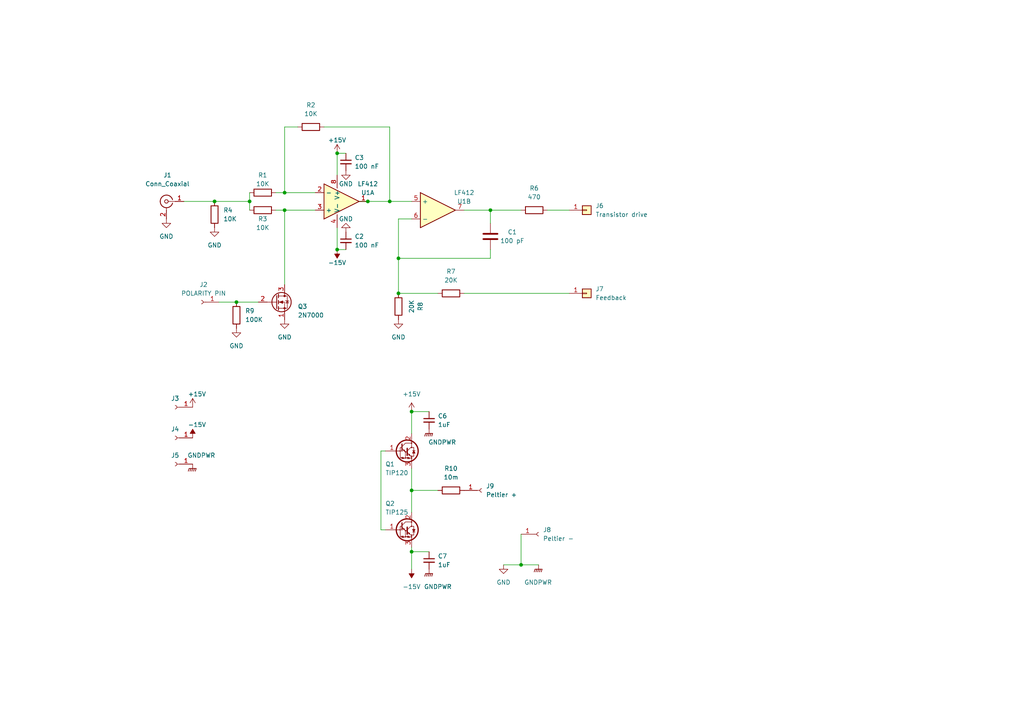
<source format=kicad_sch>
(kicad_sch (version 20211123) (generator eeschema)
  (paper "A4")
  (title_block (title "Peltier PID controller lab electronics ") (date "2022-01-06") (rev "1") (company "McGill University"))
  (lib_symbols
    (symbol "Connector:Conn_01x01_Female" (pin_names (offset 1.016) hide)
      (property "Reference" "J" (at 0 2.54 0))
      (property "Value" "Conn_01x01_Female" (at 0 -2.54 0))
      (symbol "Conn_01x01_Female_1_1"
        (polyline (pts (xy -1.27 0) (xy -0.508 0)) (stroke (width 0.1524)))
        (arc (start 0 0.508) (mid -0.508 0) (end 0 -0.508) (stroke (width 0.1524)))
        (pin passive line (at -5.08 0 0) (length 3.81) (name "Pin_1") (number "1"))
      )
    )
    (symbol "Connector:Conn_Coaxial" (pin_names (offset 1.016) hide)
      (property "Reference" "J" (at 0.254 3.048 0))
      (property "Value" "Conn_Coaxial" (at 2.921 0 90))
      (symbol "Conn_Coaxial_0_1"
        (arc (start -1.778 -0.508) (mid 0.222 -1.808) (end 1.778 0) (stroke (width 0.254)))
        (polyline (pts (xy -2.54 0) (xy -0.508 0)))
        (polyline (pts (xy 0 -2.54) (xy 0 -1.778)))
        (circle (center 0 0) (radius 0.508) (stroke (width 0.2032)))
        (arc (start 1.778 0) (mid 0.222 1.8083) (end -1.778 0.508) (stroke (width 0.254)))
      )
      (symbol "Conn_Coaxial_1_1"
        (pin passive line (at -5.08 0 0) (length 2.54) (name "In") (number "1"))
        (pin passive line (at 0 -5.08 90) (length 2.54) (name "Ext") (number "2"))
      )
    )
    (symbol "Connector_Generic:Conn_01x01" (pin_names (offset 1.016) hide)
      (property "Reference" "J" (at 0 2.54 0))
      (property "Value" "Conn_01x01" (at 0 -2.54 0))
      (symbol "Conn_01x01_1_1"
        (rectangle (start -1.27 0.127) (end 0 -0.127) (stroke (width 0.1524)))
        (rectangle (start -1.27 1.27) (end 1.27 -1.27) (stroke (width 0.254)) (fill (type background)))
        (pin passive line (at -5.08 0 0) (length 3.81) (name "Pin_1") (number "1"))
      )
    )
    (symbol "Device:C" (pin_numbers hide) (pin_names (offset 0.254))
      (property "Reference" "C" (at 0.635 2.54 0))
      (property "Value" "C" (at 0.635 -2.54 0))
      (symbol "C_0_1"
        (polyline (pts (xy -2.032 -0.762) (xy 2.032 -0.762)) (stroke (width 0.508)))
        (polyline (pts (xy -2.032 0.762) (xy 2.032 0.762)) (stroke (width 0.508)))
      )
      (symbol "C_1_1"
        (pin passive line (at 0 3.81 270) (length 2.794) (name "~") (number "1"))
        (pin passive line (at 0 -3.81 90) (length 2.794) (name "~") (number "2"))
      )
    )
    (symbol "Device:C_Small" (pin_numbers hide) (pin_names (offset 0.254) hide)
      (property "Reference" "C" (at 0.254 1.778 0))
      (property "Value" "C_Small" (at 0.254 -2.032 0))
      (symbol "C_Small_0_1"
        (polyline (pts (xy -1.524 -0.508) (xy 1.524 -0.508)) (stroke (width 0.3302)))
        (polyline (pts (xy -1.524 0.508) (xy 1.524 0.508)) (stroke (width 0.3048)))
      )
      (symbol "C_Small_1_1"
        (pin passive line (at 0 2.54 270) (length 2.032) (name "~") (number "1"))
        (pin passive line (at 0 -2.54 90) (length 2.032) (name "~") (number "2"))
      )
    )
    (symbol "Device:Opamp_Dual"
      (property "Reference" "U" (at 0 5.08 0))
      (property "Value" "Opamp_Dual" (at 0 -5.08 0))
      (symbol "Opamp_Dual_1_1"
        (polyline (pts (xy -5.08 5.08) (xy 5.08 0) (xy -5.08 -5.08) (xy -5.08 5.08)) (stroke (width 0.254)) (fill (type background)))
        (pin output line (at 7.62 0 180) (length 2.54) (name "~") (number "1"))
        (pin input line (at -7.62 -2.54 0) (length 2.54) (name "-") (number "2"))
        (pin input line (at -7.62 2.54 0) (length 2.54) (name "+") (number "3"))
      )
      (symbol "Opamp_Dual_2_1"
        (polyline (pts (xy -5.08 5.08) (xy 5.08 0) (xy -5.08 -5.08) (xy -5.08 5.08)) (stroke (width 0.254)) (fill (type background)))
        (pin input line (at -7.62 2.54 0) (length 2.54) (name "+") (number "5"))
        (pin input line (at -7.62 -2.54 0) (length 2.54) (name "-") (number "6"))
        (pin output line (at 7.62 0 180) (length 2.54) (name "~") (number "7"))
      )
      (symbol "Opamp_Dual_3_1"
        (pin power_in line (at -2.54 -7.62 90) (length 3.81) (name "V-") (number "4"))
        (pin power_in line (at -2.54 7.62 270) (length 3.81) (name "V+") (number "8"))
      )
    )
    (symbol "Device:R" (pin_numbers hide) (pin_names (offset 0))
      (property "Reference" "R" (at 2.032 0 90))
      (property "Value" "R" (at 0 0 90))
      (symbol "R_0_1"
        (rectangle (start -1.016 -2.54) (end 1.016 2.54) (stroke (width 0.254)))
      )
      (symbol "R_1_1"
        (pin passive line (at 0 3.81 270) (length 1.27) (name "~") (number "1"))
        (pin passive line (at 0 -3.81 90) (length 1.27) (name "~") (number "2"))
      )
    )
    (symbol "Transistor_BJT:TIP120" (pin_names (offset 0) hide)
      (property "Reference" "Q" (at 5.08 1.905 0))
      (property "Value" "TIP120" (at 5.08 0 0))
      (symbol "TIP120_0_1"
        (circle (center -0.762 0) (radius 0.127))
        (polyline (pts (xy -1.27 0) (xy -0.889 0)))
        (polyline (pts (xy 2.54 -2.032) (xy 2.54 -2.54)))
        (polyline (pts (xy 2.54 -1.524) (xy 3.175 -1.524)))
        (polyline (pts (xy 2.794 0.127) (xy 3.556 0.127)))
        (polyline (pts (xy 3.175 -0.635) (xy 3.175 -1.524)))
        (polyline (pts (xy 3.175 1.016) (xy 2.54 1.016)))
        (polyline (pts (xy 3.175 1.016) (xy 3.175 0.127)))
        (polyline (pts (xy -0.254 0.762) (xy 0.762 -0.254) (xy 1.27 -0.254)))
        (polyline (pts (xy -0.254 1.016) (xy -0.762 1.016) (xy -0.762 -2.032)))
        (polyline (pts (xy -0.254 1.27) (xy 0.762 2.286) (xy 2.54 2.286)))
        (polyline (pts (xy -0.254 2.032) (xy -0.254 0) (xy -0.254 0)) (stroke (width 0.3048)))
        (polyline (pts (xy 1.27 0.762) (xy 1.27 -1.27) (xy 1.27 -1.27)) (stroke (width 0.381)))
        (polyline (pts (xy 0.635 -0.127) (xy 0.381 0.381) (xy 0.127 0.127) (xy 0.635 -0.127)))
        (polyline (pts (xy 1.27 -0.508) (xy 2.286 -1.524) (xy 2.54 -1.524) (xy 2.54 -2.032)))
        (polyline (pts (xy 1.27 0) (xy 2.286 1.016) (xy 2.54 1.016) (xy 2.54 2.286)))
        (polyline (pts (xy 2.159 -1.397) (xy 1.905 -0.889) (xy 1.651 -1.143) (xy 2.159 -1.397)))
        (polyline (pts (xy 3.175 0.127) (xy 2.794 -0.635) (xy 3.556 -0.635) (xy 3.175 0.127)) (fill (type outline)))
        (polyline (pts (xy 0.762 -2.032) (xy 0.381 -2.032) (xy 0.254 -2.286) (xy 0.127 -1.778) (xy 0 -2.286) (xy -0.127 -1.778) (xy -0.254 -2.286) (xy -0.381 -1.778) (xy -0.508 -2.032) (xy -0.762 -2.032)))
        (polyline (pts (xy 0.762 -0.254) (xy 0.762 -2.032) (xy 1.143 -2.032) (xy 1.27 -1.778) (xy 1.397 -2.286) (xy 1.524 -1.778) (xy 1.651 -2.286) (xy 1.778 -1.778) (xy 1.905 -2.286) (xy 2.032 -2.032) (xy 2.54 -2.032)))
        (circle (center 0.762 -2.032) (radius 0.127))
        (circle (center 0.762 -0.254) (radius 0.127))
        (circle (center 1.27 0) (radius 3.175) (stroke (width 0.3556)))
        (circle (center 2.54 -2.032) (radius 0.127))
        (circle (center 2.54 -1.524) (radius 0.127))
        (circle (center 2.54 1.016) (radius 0.127))
        (circle (center 2.54 2.286) (radius 0.127))
      )
      (symbol "TIP120_1_1"
        (pin input line (at -5.08 0 0) (length 3.81) (name "B") (number "1"))
        (pin passive line (at 2.54 5.08 270) (length 2.667) (name "C") (number "2"))
        (pin passive line (at 2.54 -5.08 90) (length 2.54) (name "E") (number "3"))
      )
    )
    (symbol "Transistor_BJT:TIP125" (pin_names (offset 0) hide)
      (property "Reference" "Q" (at 5.08 1.905 0))
      (property "Value" "TIP125" (at 5.08 0 0))
      (symbol "TIP125_0_1"
        (circle (center -0.762 0) (radius 0.127))
        (polyline (pts (xy -1.27 0) (xy -0.889 0)))
        (polyline (pts (xy 2.54 -2.032) (xy 2.54 -2.54)))
        (polyline (pts (xy 2.54 -1.524) (xy 3.175 -1.524)))
        (polyline (pts (xy 2.794 -0.635) (xy 3.556 -0.635)))
        (polyline (pts (xy 3.175 -1.524) (xy 3.175 -0.635)))
        (polyline (pts (xy 3.175 0.127) (xy 3.175 1.016)))
        (polyline (pts (xy 3.175 1.016) (xy 2.54 1.016)))
        (polyline (pts (xy -0.254 0.762) (xy 0.762 -0.254) (xy 1.27 -0.254)))
        (polyline (pts (xy -0.254 1.016) (xy -0.762 1.016) (xy -0.762 -2.032)))
        (polyline (pts (xy -0.254 1.27) (xy 0.762 2.286) (xy 2.54 2.286)))
        (polyline (pts (xy -0.254 2.032) (xy -0.254 0) (xy -0.254 0)) (stroke (width 0.3048)))
        (polyline (pts (xy 1.27 0.762) (xy 1.27 -1.27) (xy 1.27 -1.27)) (stroke (width 0.381)))
        (polyline (pts (xy 0 0.508) (xy 0.254 0) (xy 0.508 0.254) (xy 0 0.508)))
        (polyline (pts (xy 1.27 -0.508) (xy 2.286 -1.524) (xy 2.54 -1.524) (xy 2.54 -2.032)))
        (polyline (pts (xy 1.27 0) (xy 2.286 1.016) (xy 2.54 1.016) (xy 2.54 2.286)))
        (polyline (pts (xy 1.524 -0.762) (xy 1.778 -1.27) (xy 2.032 -1.016) (xy 1.524 -0.762)))
        (polyline (pts (xy 3.175 -0.635) (xy 2.794 0.127) (xy 3.556 0.127) (xy 3.175 -0.635)) (fill (type outline)))
        (polyline (pts (xy 0.762 -2.032) (xy 0.381 -2.032) (xy 0.254 -2.286) (xy 0.127 -1.778) (xy 0 -2.286) (xy -0.127 -1.778) (xy -0.254 -2.286) (xy -0.381 -1.778) (xy -0.508 -2.032) (xy -0.762 -2.032)))
        (polyline (pts (xy 0.762 -0.254) (xy 0.762 -2.032) (xy 1.143 -2.032) (xy 1.27 -1.778) (xy 1.397 -2.286) (xy 1.524 -1.778) (xy 1.651 -2.286) (xy 1.778 -1.778) (xy 1.905 -2.286) (xy 2.032 -2.032) (xy 2.54 -2.032)))
        (circle (center 0.762 -2.032) (radius 0.127))
        (circle (center 0.762 -0.254) (radius 0.127))
        (circle (center 1.27 0) (radius 3.175) (stroke (width 0.3556)))
        (circle (center 2.54 -2.032) (radius 0.127))
        (circle (center 2.54 -1.524) (radius 0.127))
        (circle (center 2.54 1.016) (radius 0.127))
        (circle (center 2.54 2.286) (radius 0.127))
      )
      (symbol "TIP125_1_1"
        (pin input line (at -5.08 0 0) (length 3.81) (name "B") (number "1"))
        (pin passive line (at 2.54 5.08 270) (length 2.667) (name "C") (number "2"))
        (pin passive line (at 2.54 -5.08 90) (length 2.54) (name "E") (number "3"))
      )
    )
    (symbol "Transistor_FET:2N7000" (pin_names hide)
      (property "Reference" "Q" (at 5.08 1.905 0))
      (property "Value" "2N7000" (at 5.08 0 0))
      (symbol "2N7000_0_1"
        (polyline (pts (xy 0.254 0) (xy -2.54 0)))
        (polyline (pts (xy 0.254 1.905) (xy 0.254 -1.905)) (stroke (width 0.254)))
        (polyline (pts (xy 0.762 -1.27) (xy 0.762 -2.286)) (stroke (width 0.254)))
        (polyline (pts (xy 0.762 0.508) (xy 0.762 -0.508)) (stroke (width 0.254)))
        (polyline (pts (xy 0.762 2.286) (xy 0.762 1.27)) (stroke (width 0.254)))
        (polyline (pts (xy 2.54 2.54) (xy 2.54 1.778)))
        (polyline (pts (xy 2.54 -2.54) (xy 2.54 0) (xy 0.762 0)))
        (polyline (pts (xy 0.762 -1.778) (xy 3.302 -1.778) (xy 3.302 1.778) (xy 0.762 1.778)))
        (polyline (pts (xy 1.016 0) (xy 2.032 0.381) (xy 2.032 -0.381) (xy 1.016 0)) (fill (type outline)))
        (polyline (pts (xy 2.794 0.508) (xy 2.921 0.381) (xy 3.683 0.381) (xy 3.81 0.254)))
        (polyline (pts (xy 3.302 0.381) (xy 2.921 -0.254) (xy 3.683 -0.254) (xy 3.302 0.381)))
        (circle (center 1.651 0) (radius 2.794) (stroke (width 0.254)))
        (circle (center 2.54 -1.778) (radius 0.254) (fill (type outline)))
        (circle (center 2.54 1.778) (radius 0.254) (fill (type outline)))
      )
      (symbol "2N7000_1_1"
        (pin passive line (at 2.54 -5.08 90) (length 2.54) (name "S") (number "1"))
        (pin input line (at -5.08 0 0) (length 2.54) (name "G") (number "2"))
        (pin passive line (at 2.54 5.08 270) (length 2.54) (name "D") (number "3"))
      )
    )
    (symbol "power:+15V" (power) (pin_names (offset 0))
      (property "Value" "+15V" (at 0 3.556 0))
      (symbol "+15V_0_1"
        (polyline (pts (xy -0.762 1.27) (xy 0 2.54)))
        (polyline (pts (xy 0 0) (xy 0 2.54)))
        (polyline (pts (xy 0 2.54) (xy 0.762 1.27)))
      )
      (symbol "+15V_1_1"
        (pin power_in line (at 0 0 90) (length 0) hide (name "+15V") (number "1"))
      )
    )
    (symbol "power:-15V" (power) (pin_names (offset 0))
      (property "Value" "-15V" (at 0 3.81 0))
      (symbol "-15V_0_0"
        (pin power_in line (at 0 0 90) (length 0) hide (name "-15V") (number "1"))
      )
      (symbol "-15V_0_1"
        (polyline (pts (xy 0 0) (xy 0 1.27) (xy 0.762 1.27) (xy 0 2.54) (xy -0.762 1.27) (xy 0 1.27)) (fill (type outline)))
      )
    )
    (symbol "power:GND" (power) (pin_names (offset 0))
      (property "Value" "GND" (at 0 -3.81 0))
      (symbol "GND_0_1"
        (polyline (pts (xy 0 0) (xy 0 -1.27) (xy 1.27 -1.27) (xy 0 -2.54) (xy -1.27 -1.27) (xy 0 -1.27)))
      )
      (symbol "GND_1_1"
        (pin power_in line (at 0 0 270) (length 0) hide (name "GND") (number "1"))
      )
    )
    (symbol "power:GNDPWR" (power) (pin_names (offset 0))
      (property "Value" "GNDPWR" (at 0 -3.302 0))
      (symbol "GNDPWR_0_1"
        (polyline (pts (xy 0 -1.27) (xy 0 0)))
        (polyline (pts (xy -1.016 -1.27) (xy -1.27 -2.032) (xy -1.27 -2.032)) (stroke (width 0.2032)))
        (polyline (pts (xy -0.508 -1.27) (xy -0.762 -2.032) (xy -0.762 -2.032)) (stroke (width 0.2032)))
        (polyline (pts (xy 0 -1.27) (xy -0.254 -2.032) (xy -0.254 -2.032)) (stroke (width 0.2032)))
        (polyline (pts (xy 0.508 -1.27) (xy 0.254 -2.032) (xy 0.254 -2.032)) (stroke (width 0.2032)))
        (polyline (pts (xy 1.016 -1.27) (xy -1.016 -1.27) (xy -1.016 -1.27)) (stroke (width 0.2032)))
        (polyline (pts (xy 1.016 -1.27) (xy 0.762 -2.032) (xy 0.762 -2.032) (xy 0.762 -2.032)) (stroke (width 0.2032)))
      )
      (symbol "GNDPWR_1_1"
        (pin power_in line (at 0 0 270) (length 0) hide (name "GNDPWR") (number "1"))
      )
    )
  )
  (junction (at 72.39 58.42))
  (junction (at 151.13 163.83))
  (junction (at 119.38 119.38))
  (junction (at 119.38 142.24))
  (junction (at 82.55 60.96))
  (junction (at 82.55 55.88))
  (junction (at 97.79 44.45))
  (junction (at 97.79 72.39))
  (junction (at 115.57 74.93))
  (junction (at 142.24 60.96))
  (junction (at 113.03 58.42))
  (junction (at 106.68 58.42))
  (junction (at 115.57 85.09))
  (junction (at 62.23 58.42))
  (junction (at 119.38 160.02))
  (junction (at 68.58 87.63))
  (wire (pts (xy 134.62 60.96) (xy 142.24 60.96)))
  (wire (pts (xy 104.14 58.42) (xy 106.68 58.42)))
  (wire (pts (xy 115.57 85.09) (xy 127 85.09)))
  (wire (pts (xy 158.75 60.96) (xy 165.1 60.96)))
  (wire (pts (xy 142.24 60.96) (xy 151.13 60.96)))
  (wire (pts (xy 115.57 63.5) (xy 119.38 63.5)))
  (wire (pts (xy 115.57 74.93) (xy 115.57 85.09)))
  (wire (pts (xy 142.24 60.96) (xy 142.24 64.77)))
  (wire (pts (xy 97.79 44.45) (xy 97.79 50.8)))
  (wire (pts (xy 115.57 63.5) (xy 115.57 74.93)))
  (wire (pts (xy 142.24 72.39) (xy 142.24 74.93)))
  (wire (pts (xy 110.49 130.81) (xy 110.49 153.67)))
  (wire (pts (xy 134.62 85.09) (xy 165.1 85.09)))
  (wire (pts (xy 53.34 58.42) (xy 62.23 58.42)))
  (wire (pts (xy 80.01 60.96) (xy 82.55 60.96)))
  (wire (pts (xy 82.55 60.96) (xy 82.55 82.55)))
  (wire (pts (xy 119.38 119.38) (xy 119.38 125.73)))
  (wire (pts (xy 110.49 153.67) (xy 111.76 153.67)))
  (wire (pts (xy 119.38 160.02) (xy 124.46 160.02)))
  (wire (pts (xy 151.13 163.83) (xy 156.21 163.83)))
  (wire (pts (xy 72.39 58.42) (xy 72.39 60.96)))
  (wire (pts (xy 151.13 154.94) (xy 151.13 163.83)))
  (wire (pts (xy 110.49 130.81) (xy 111.76 130.81)))
  (wire (pts (xy 97.79 72.39) (xy 100.33 72.39)))
  (wire (pts (xy 82.55 36.83) (xy 82.55 55.88)))
  (wire (pts (xy 86.36 36.83) (xy 82.55 36.83)))
  (wire (pts (xy 113.03 36.83) (xy 113.03 58.42)))
  (wire (pts (xy 119.38 160.02) (xy 119.38 165.1)))
  (wire (pts (xy 97.79 66.04) (xy 97.79 72.39)))
  (wire (pts (xy 119.38 142.24) (xy 119.38 148.59)))
  (wire (pts (xy 119.38 119.38) (xy 124.46 119.38)))
  (wire (pts (xy 119.38 158.75) (xy 119.38 160.02)))
  (wire (pts (xy 106.68 58.42) (xy 113.03 58.42)))
  (wire (pts (xy 146.05 163.83) (xy 151.13 163.83)))
  (wire (pts (xy 72.39 55.88) (xy 72.39 58.42)))
  (wire (pts (xy 119.38 135.89) (xy 119.38 142.24)))
  (wire (pts (xy 97.79 44.45) (xy 100.33 44.45)))
  (wire (pts (xy 68.58 87.63) (xy 74.93 87.63)))
  (wire (pts (xy 62.23 58.42) (xy 72.39 58.42)))
  (wire (pts (xy 142.24 74.93) (xy 115.57 74.93)))
  (wire (pts (xy 82.55 55.88) (xy 91.44 55.88)))
  (wire (pts (xy 63.5 87.63) (xy 68.58 87.63)))
  (wire (pts (xy 80.01 55.88) (xy 82.55 55.88)))
  (wire (pts (xy 119.38 142.24) (xy 127 142.24)))
  (wire (pts (xy 93.98 36.83) (xy 113.03 36.83)))
  (wire (pts (xy 113.03 58.42) (xy 119.38 58.42)))
  (wire (pts (xy 82.55 60.96) (xy 91.44 60.96)))
  (symbol (lib_id "Connector:Conn_01x01_Female") (at 50.8 127 180) (unit 1)
    (property "Reference" "J4" (at 50.8 124.46 0))
    (property "Value" "-15V" (effects hide))
    (property "Footprint" "Connector:Banana_Jack_1Pin" (effects hide))
  )
  (symbol (lib_id "Connector_Generic:Conn_01x01") (at 170.18 60.96 0) (unit 1)
    (property "Reference" "J6" (at 172.72 59.6899 0) (effects (justify left)))
    (property "Value" "Transistor drive" (at 172.72 62.2299 0) (effects (justify left)))
  )
  (symbol (lib_id "Transistor_BJT:TIP125") (at 116.84 153.67 0) (unit 1)
    (property "Reference" "Q2" (at 111.76 146.05 0) (effects (justify left)))
    (property "Value" "TIP125" (at 111.76 148.59 0) (effects (justify left)))
    (property "Footprint" "Package_TO_SOT_THT:TO-220-3_Vertical" (effects hide))
    (property "Datasheet" "https://www.onsemi.com/pub/Collateral/TIP120-D.PDF" (effects hide))
  )
  (symbol (lib_id "Device:R") (at 130.81 142.24 90) (unit 1)
    (property "Reference" "R10" (at 130.81 135.89 90))
    (property "Value" "10m" (at 130.81 138.43 90))
  )
  (symbol (lib_id "Device:C") (at 142.24 68.58 0) (unit 1)
    (property "Reference" "C1" (at 148.59 67.31 0))
    (property "Value" "100 pF" (at 148.59 69.85 0))
  )
  (symbol (lib_id "Device:Opamp_Dual") (at 99.06 58.42 0) (mirror x) (unit 1)
    (property "Reference" "U1" (at 106.68 55.88 0))
    (property "Value" "LF412" (at 106.68 53.34 0))
  )
  (symbol (lib_id "Connector_Generic:Conn_01x01") (at 170.18 85.09 0) (unit 1)
    (property "Reference" "J7" (at 172.72 83.8199 0) (effects (justify left)))
    (property "Value" "Feedback" (at 172.72 86.3599 0) (effects (justify left)))
  )
  (symbol (lib_id "power:+15V") (at 119.38 119.38 0) (unit 1)
    (property "Reference" "#PWR0116" (effects hide))
    (property "Value" "+15V" (at 119.38 114.3 0))
  )
  (symbol (lib_id "Device:C_Small") (at 124.46 162.56 0) (unit 1)
    (property "Reference" "C7" (at 127 161.2962 0) (effects (justify left)))
    (property "Value" "1uF" (at 127 163.8362 0) (effects (justify left)))
  )
  (symbol (lib_id "power:-15V") (at 97.79 72.39 180) (unit 1)
    (property "Reference" "#PWR0109" (effects hide))
    (property "Value" "-15V" (at 97.79 76.2 0))
  )
  (symbol (lib_id "power:-15V") (at 119.38 165.1 180) (unit 1)
    (property "Reference" "#PWR0114" (effects hide))
    (property "Value" "-15V" (at 119.38 170.18 0))
  )
  (symbol (lib_id "Device:Opamp_Dual") (at 100.33 58.42 0) (unit 3)
    (property "Reference" "U1" (effects hide))
    (property "Value" "LF412" (effects hide))
  )
  (symbol (lib_id "Device:Opamp_Dual") (at 127 60.96 0) (unit 2)
    (property "Reference" "U1" (at 134.62 58.42 0))
    (property "Value" "LF412" (at 134.62 55.88 0))
  )
  (symbol (lib_id "power:GNDPWR") (at 124.46 165.1 0) (unit 1)
    (property "Reference" "#PWR0113" (effects hide))
    (property "Value" "GNDPWR" (at 127 170.18 0))
  )
  (symbol (lib_id "Device:R") (at 115.57 88.9 0) (unit 1)
    (property "Reference" "R8" (at 121.92 88.9 90))
    (property "Value" "20K" (at 119.38 88.9 90))
  )
  (symbol (lib_id "power:GND") (at 115.57 92.71 0) (unit 1)
    (property "Reference" "#PWR0108" (effects hide))
    (property "Value" "GND" (at 115.57 97.79 0))
  )
  (symbol (lib_id "Device:R") (at 154.94 60.96 90) (unit 1)
    (property "Reference" "R6" (at 154.94 54.61 90))
    (property "Value" "470" (at 154.94 57.15 90))
  )
  (symbol (lib_id "power:GND") (at 100.33 67.31 180) (unit 1)
    (property "Reference" "#PWR0110" (effects hide))
    (property "Value" "GND" (at 100.33 63.5 0))
  )
  (symbol (lib_id "power:GNDPWR") (at 124.46 124.46 0) (unit 1)
    (property "Reference" "#PWR0115" (effects hide))
    (property "Value" "GNDPWR" (at 128.27 128.27 0))
  )
  (symbol (lib_id "Device:R") (at 130.81 85.09 90) (unit 1)
    (property "Reference" "R7" (at 130.81 78.74 90))
    (property "Value" "20K" (at 130.81 81.28 90))
  )
  (symbol (lib_id "Device:C_Small") (at 100.33 69.85 0) (unit 1)
    (property "Reference" "C2" (at 102.87 68.5862 0) (effects (justify left)))
    (property "Value" "100 nF" (at 102.87 71.1262 0) (effects (justify left)))
  )
  (symbol (lib_id "Connector:Conn_01x01_Female") (at 58.42 87.63 180) (unit 1)
    (property "Reference" "J2" (at 59.055 82.55 0))
    (property "Value" "POLARITY PIN" (at 59.055 85.09 0))
  )
  (symbol (lib_id "power:+15V") (at 97.79 44.45 0) (unit 1)
    (property "Reference" "#PWR0112" (effects hide))
    (property "Value" "+15V" (at 97.79 40.64 0))
  )
  (symbol (lib_id "Connector:Conn_01x01_Female") (at 50.8 134.62 180) (unit 1)
    (property "Reference" "J5" (at 50.8 132.08 0))
    (property "Value" "GND" (effects hide))
    (property "Footprint" "Connector:Banana_Jack_1Pin" (effects hide))
  )
  (symbol (lib_id "Device:R") (at 76.2 55.88 90) (unit 1)
    (property "Reference" "R1" (at 76.2 50.8 90))
    (property "Value" "10K" (at 76.2 53.34 90))
  )
  (symbol (lib_id "power:GND") (at 62.23 66.04 0) (unit 1)
    (property "Reference" "#PWR0106" (effects hide))
    (property "Value" "GND" (at 62.23 71.12 0))
  )
  (symbol (lib_id "Connector:Conn_01x01_Female") (at 156.21 154.94 0) (unit 1)
    (property "Reference" "J8" (at 157.48 153.6699 0) (effects (justify left)))
    (property "Value" "Peltier -" (at 157.48 156.2099 0) (effects (justify left)))
    (property "Footprint" "Connector:Banana_Jack_1Pin" (effects hide))
  )
  (symbol (lib_id "power:GND") (at 48.26 63.5 0) (unit 1)
    (property "Reference" "#PWR0107" (effects hide))
    (property "Value" "GND" (at 48.26 68.58 0))
  )
  (symbol (lib_id "Transistor_FET:2N7000") (at 80.01 87.63 0) (unit 1)
    (property "Reference" "Q3" (at 86.36 88.9 0) (effects (justify left)))
    (property "Value" "2N7000" (at 86.36 91.44 0) (effects (justify left)))
    (property "Footprint" "Package_TO_SOT_THT:TO-92_Inline" (effects hide))
    (property "Datasheet" "https://www.onsemi.com/pub/Collateral/NDS7002A-D.PDF" (effects hide))
  )
  (symbol (lib_id "power:GND") (at 82.55 92.71 0) (unit 1)
    (property "Reference" "#PWR0105" (effects hide))
    (property "Value" "GND" (at 82.55 97.79 0))
  )
  (symbol (lib_id "power:GND") (at 68.58 95.25 0) (unit 1)
    (property "Reference" "#PWR0104" (effects hide))
    (property "Value" "GND" (at 68.58 100.33 0))
  )
  (symbol (lib_id "Transistor_BJT:TIP120") (at 116.84 130.81 0) (unit 1)
    (property "Reference" "Q1" (at 111.76 134.62 0) (effects (justify left)))
    (property "Value" "TIP120" (at 111.76 137.16 0) (effects (justify left)))
    (property "Footprint" "Package_TO_SOT_THT:TO-220-3_Vertical" (effects hide))
    (property "Datasheet" "https://www.onsemi.com/pub/Collateral/TIP120-D.PDF" (effects hide))
  )
  (symbol (lib_id "Device:R") (at 62.23 62.23 0) (unit 1)
    (property "Reference" "R4" (at 64.77 60.9599 0) (effects (justify left)))
    (property "Value" "10K" (at 64.77 63.4999 0) (effects (justify left)))
  )
  (symbol (lib_id "Device:C_Small") (at 124.46 121.92 0) (unit 1)
    (property "Reference" "C6" (at 127 120.6562 0) (effects (justify left)))
    (property "Value" "1uF" (at 127 123.1962 0) (effects (justify left)))
  )
  (symbol (lib_id "Device:R") (at 90.17 36.83 90) (unit 1)
    (property "Reference" "R2" (at 90.17 30.48 90))
    (property "Value" "10K" (at 90.17 33.02 90))
  )
  (symbol (lib_id "power:+15V") (at 55.88 118.11 0) (unit 1)
    (property "Reference" "#PWR0102" (effects hide))
    (property "Value" "+15V" (at 57.15 114.3 0))
  )
  (symbol (lib_id "Device:C_Small") (at 100.33 46.99 0) (unit 1)
    (property "Reference" "C3" (at 102.87 45.7262 0) (effects (justify left)))
    (property "Value" "100 nF" (at 102.87 48.2662 0) (effects (justify left)))
  )
  (symbol (lib_id "Connector:Conn_01x01_Female") (at 50.8 118.11 180) (unit 1)
    (property "Reference" "J3" (at 50.8 115.57 0))
    (property "Value" "+15V" (effects hide))
    (property "Footprint" "Connector:Banana_Jack_1Pin" (effects hide))
  )
  (symbol (lib_id "power:GNDPWR") (at 156.21 163.83 0) (unit 1)
    (property "Reference" "#PWR0117" (effects hide))
    (property "Value" "GNDPWR" (at 156.083 168.91 0))
  )
  (symbol (lib_id "Connector:Conn_Coaxial") (at 48.26 58.42 0) (mirror y) (unit 1)
    (property "Reference" "J1" (at 48.5774 50.8 0))
    (property "Value" "Conn_Coaxial" (at 48.5774 53.34 0))
    (property "Datasheet" " ~" (effects hide))
  )
  (symbol (lib_id "Connector:Conn_01x01_Female") (at 139.7 142.24 0) (unit 1)
    (property "Reference" "J9" (at 140.97 140.9699 0) (effects (justify left)))
    (property "Value" "Peltier +" (at 140.97 143.5099 0) (effects (justify left)))
    (property "Footprint" "Connector:Banana_Jack_1Pin" (effects hide))
  )
  (symbol (lib_id "Device:R") (at 68.58 91.44 0) (unit 1)
    (property "Reference" "R9" (at 71.12 90.1699 0) (effects (justify left)))
    (property "Value" "100K" (at 71.12 92.7099 0) (effects (justify left)))
  )
  (symbol (lib_id "power:-15V") (at 55.88 127 0) (unit 1)
    (property "Reference" "#PWR0101" (effects hide))
    (property "Value" "-15V" (at 57.15 123.19 0))
  )
  (symbol (lib_id "Device:R") (at 76.2 60.96 90) (unit 1)
    (property "Reference" "R3" (at 76.2 63.5 90))
    (property "Value" "10K" (at 76.2 66.04 90))
  )
  (symbol (lib_id "power:GND") (at 146.05 163.83 0) (unit 1)
    (property "Reference" "#PWR0118" (effects hide))
    (property "Value" "GND" (at 146.05 168.91 0))
  )
  (symbol (lib_id "power:GND") (at 100.33 49.53 0) (unit 1)
    (property "Reference" "#PWR0111" (effects hide))
    (property "Value" "GND" (at 100.33 53.34 0))
  )
  (symbol (lib_id "power:GNDPWR") (at 55.88 134.62 0) (unit 1)
    (property "Reference" "#PWR0103" (effects hide))
    (property "Value" "GNDPWR" (at 58.42 132.08 0))
  )
)
</source>
